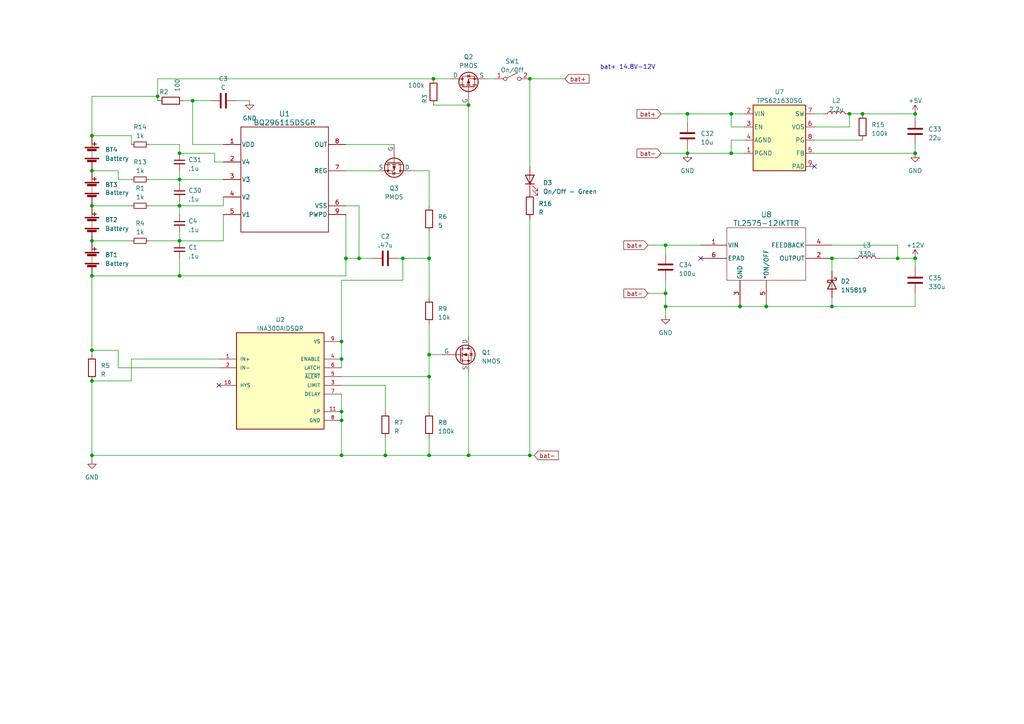
<source format=kicad_sch>
(kicad_sch (version 20230121) (generator eeschema)
  (paper "A4")
  (lib_symbols
    (symbol "BQ296xxx:BQ296115DSGR" (pin_names (offset 0.254))
      (property "Reference" "U" (at 0 2.54 0))
      (property "Value" "BQ296115DSGR" (at 0 0 0))
      (symbol "BQ296115DSGR_0_1"
        (polyline (pts (xy -12.7 -15.24) (xy 12.7 -15.24)) (stroke (width 0.2032)))
        (polyline (pts (xy -12.7 15.24) (xy -12.7 -15.24)) (stroke (width 0.2032)))
        (polyline (pts (xy 12.7 -15.24) (xy 12.7 15.24)) (stroke (width 0.2032)))
        (polyline (pts (xy 12.7 15.24) (xy -12.7 15.24)) (stroke (width 0.2032)))
        (pin power_in line (at -17.78 10.16 0) (length 5.08) (name "VDD") (number "1"))
        (pin input line (at -17.78 5.08 0) (length 5.08) (name "V4") (number "2"))
        (pin input line (at -17.78 0 0) (length 5.08) (name "V3") (number "3"))
        (pin input line (at -17.78 -5.08 0) (length 5.08) (name "V2") (number "4"))
        (pin input line (at -17.78 -10.16 0) (length 5.08) (name "V1") (number "5"))
        (pin power_in line (at 17.78 -7.62 180) (length 5.08) (name "VSS") (number "6"))
        (pin output line (at 17.78 2.54 180) (length 5.08) (name "REG") (number "7"))
        (pin open_collector line (at 17.78 10.16 180) (length 5.08) (name "OUT") (number "8"))
        (pin power_in line (at 17.78 -10.16 180) (length 5.08) (name "PWPD") (number "9"))
      )
    )
    (symbol "Device:Battery" (pin_numbers hide) (pin_names (offset 0) hide)
      (property "Reference" "BT" (at 2.54 2.54 0))
      (property "Value" "Battery" (at 2.54 0 0))
      (symbol "Battery_0_1"
        (rectangle (start -2.032 -1.397) (end 2.032 -1.651) (fill (type outline)))
        (rectangle (start -2.032 1.778) (end 2.032 1.524) (fill (type outline)))
        (rectangle (start -1.3208 -1.9812) (end 1.27 -2.4892) (fill (type outline)))
        (rectangle (start -1.3208 1.1938) (end 1.27 0.6858) (fill (type outline)))
        (polyline (pts (xy 0 -1.524) (xy 0 -1.27)))
        (polyline (pts (xy 0 -1.016) (xy 0 -0.762)))
        (polyline (pts (xy 0 -0.508) (xy 0 -0.254)))
        (polyline (pts (xy 0 0) (xy 0 0.254)))
        (polyline (pts (xy 0 0.508) (xy 0 0.762)))
        (polyline (pts (xy 0 1.778) (xy 0 2.54)))
        (polyline (pts (xy 0.254 2.667) (xy 1.27 2.667)) (stroke (width 0.254)))
        (polyline (pts (xy 0.762 3.175) (xy 0.762 2.159)) (stroke (width 0.254)))
      )
      (symbol "Battery_1_1"
        (pin passive line (at 0 5.08 270) (length 2.54) (name "+") (number "1"))
        (pin passive line (at 0 -5.08 90) (length 2.54) (name "-") (number "2"))
      )
    )
    (symbol "Device:C" (pin_numbers hide) (pin_names (offset 0.254))
      (property "Reference" "C" (at 0.635 2.54 0))
      (property "Value" "C" (at 0.635 -2.54 0))
      (symbol "C_0_1"
        (polyline (pts (xy -2.032 -0.762) (xy 2.032 -0.762)) (stroke (width 0.508)))
        (polyline (pts (xy -2.032 0.762) (xy 2.032 0.762)) (stroke (width 0.508)))
      )
      (symbol "C_1_1"
        (pin passive line (at 0 3.81 270) (length 2.794) (name "~") (number "1"))
        (pin passive line (at 0 -3.81 90) (length 2.794) (name "~") (number "2"))
      )
    )
    (symbol "Device:C_Small" (pin_numbers hide) (pin_names (offset 0.254) hide)
      (property "Reference" "C" (at 0.254 1.778 0))
      (property "Value" "C_Small" (at 0.254 -2.032 0))
      (symbol "C_Small_0_1"
        (polyline (pts (xy -1.524 -0.508) (xy 1.524 -0.508)) (stroke (width 0.3302)))
        (polyline (pts (xy -1.524 0.508) (xy 1.524 0.508)) (stroke (width 0.3048)))
      )
      (symbol "C_Small_1_1"
        (pin passive line (at 0 2.54 270) (length 2.032) (name "~") (number "1"))
        (pin passive line (at 0 -2.54 90) (length 2.032) (name "~") (number "2"))
      )
    )
    (symbol "Device:D_Schottky" (pin_numbers hide) (pin_names (offset 1.016) hide)
      (property "Reference" "D" (at 0 2.54 0))
      (property "Value" "D_Schottky" (at 0 -2.54 0))
      (symbol "D_Schottky_0_1"
        (polyline (pts (xy 1.27 0) (xy -1.27 0)))
        (polyline (pts (xy 1.27 1.27) (xy 1.27 -1.27) (xy -1.27 0) (xy 1.27 1.27)) (stroke (width 0.254)))
        (polyline (pts (xy -1.905 0.635) (xy -1.905 1.27) (xy -1.27 1.27) (xy -1.27 -1.27) (xy -0.635 -1.27) (xy -0.635 -0.635)) (stroke (width 0.254)))
      )
      (symbol "D_Schottky_1_1"
        (pin passive line (at -3.81 0 0) (length 2.54) (name "K") (number "1"))
        (pin passive line (at 3.81 0 180) (length 2.54) (name "A") (number "2"))
      )
    )
    (symbol "Device:L" (pin_numbers hide) (pin_names (offset 1.016) hide)
      (property "Reference" "L" (at -1.27 0 90))
      (property "Value" "L" (at 1.905 0 90))
      (symbol "L_0_1"
        (arc (start 0 -2.54) (mid 0.6323 -1.905) (end 0 -1.27))
        (arc (start 0 -1.27) (mid 0.6323 -0.635) (end 0 0))
        (arc (start 0 0) (mid 0.6323 0.635) (end 0 1.27))
        (arc (start 0 1.27) (mid 0.6323 1.905) (end 0 2.54))
      )
      (symbol "L_1_1"
        (pin passive line (at 0 3.81 270) (length 1.27) (name "1") (number "1"))
        (pin passive line (at 0 -3.81 90) (length 1.27) (name "2") (number "2"))
      )
    )
    (symbol "Device:LED" (pin_numbers hide) (pin_names (offset 1.016) hide)
      (property "Reference" "D" (at 0 2.54 0))
      (property "Value" "LED" (at 0 -2.54 0))
      (symbol "LED_0_1"
        (polyline (pts (xy -1.27 -1.27) (xy -1.27 1.27)) (stroke (width 0.254)))
        (polyline (pts (xy -1.27 0) (xy 1.27 0)))
        (polyline (pts (xy 1.27 -1.27) (xy 1.27 1.27) (xy -1.27 0) (xy 1.27 -1.27)) (stroke (width 0.254)))
        (polyline (pts (xy -3.048 -0.762) (xy -4.572 -2.286) (xy -3.81 -2.286) (xy -4.572 -2.286) (xy -4.572 -1.524)))
        (polyline (pts (xy -1.778 -0.762) (xy -3.302 -2.286) (xy -2.54 -2.286) (xy -3.302 -2.286) (xy -3.302 -1.524)))
      )
      (symbol "LED_1_1"
        (pin passive line (at -3.81 0 0) (length 2.54) (name "K") (number "1"))
        (pin passive line (at 3.81 0 180) (length 2.54) (name "A") (number "2"))
      )
    )
    (symbol "Device:R" (pin_numbers hide) (pin_names (offset 0))
      (property "Reference" "R" (at 2.032 0 90))
      (property "Value" "R" (at 0 0 90))
      (symbol "R_0_1"
        (rectangle (start -1.016 -2.54) (end 1.016 2.54) (stroke (width 0.254)))
      )
      (symbol "R_1_1"
        (pin passive line (at 0 3.81 270) (length 1.27) (name "~") (number "1"))
        (pin passive line (at 0 -3.81 90) (length 1.27) (name "~") (number "2"))
      )
    )
    (symbol "Device:R_Small" (pin_numbers hide) (pin_names (offset 0.254) hide)
      (property "Reference" "R" (at 0.762 0.508 0))
      (property "Value" "R_Small" (at 0.762 -1.016 0))
      (symbol "R_Small_0_1"
        (rectangle (start -0.762 1.778) (end 0.762 -1.778) (stroke (width 0.2032)))
      )
      (symbol "R_Small_1_1"
        (pin passive line (at 0 2.54 270) (length 0.762) (name "~") (number "1"))
        (pin passive line (at 0 -2.54 90) (length 0.762) (name "~") (number "2"))
      )
    )
    (symbol "INA300AIDSQR:INA300AIDSQR" (pin_names (offset 1.016))
      (property "Reference" "U" (at -12.7 13.208 0))
      (property "Value" "INA300AIDSQR" (at -12.7 -17.78 0))
      (symbol "INA300AIDSQR_0_0"
        (rectangle (start -12.7 -15.24) (end 12.7 12.7) (stroke (width 0.254)) (fill (type background)))
        (pin input line (at -17.78 5.08 0) (length 5.08) (name "IN+") (number "1"))
        (pin input line (at -17.78 -2.54 0) (length 5.08) (name "HYS") (number "10"))
        (pin passive line (at 17.78 -10.16 180) (length 5.08) (name "EP") (number "11"))
        (pin input line (at -17.78 2.54 0) (length 5.08) (name "IN-") (number "2"))
        (pin input line (at 17.78 -2.54 180) (length 5.08) (name "LIMIT") (number "3"))
        (pin input line (at 17.78 5.08 180) (length 5.08) (name "ENABLE") (number "4"))
        (pin output line (at 17.78 0 180) (length 5.08) (name "~{ALERT}") (number "5"))
        (pin input line (at 17.78 2.54 180) (length 5.08) (name "LATCH") (number "6"))
        (pin input line (at 17.78 -5.08 180) (length 5.08) (name "DELAY") (number "7"))
        (pin power_in line (at 17.78 -12.7 180) (length 5.08) (name "GND") (number "8"))
        (pin power_in line (at 17.78 10.16 180) (length 5.08) (name "VS") (number "9"))
      )
    )
    (symbol "Regulator_Switching:TPS62163DSG" (pin_names (offset 0.254))
      (property "Reference" "U7" (at 0 13.97 0))
      (property "Value" "TPS62163DSG" (at 0 11.43 0))
      (symbol "TPS62163DSG_0_1"
        (rectangle (start -7.62 10.16) (end 7.62 -8.89) (stroke (width 0.254)) (fill (type background)))
      )
      (symbol "TPS62163DSG_1_1"
        (pin power_in line (at -10.16 -3.81 0) (length 2.54) (name "PGND") (number "1"))
        (pin power_in line (at -10.16 7.62 0) (length 2.54) (name "VIN") (number "2"))
        (pin input line (at -10.16 3.81 0) (length 2.54) (name "EN") (number "3"))
        (pin power_in line (at -10.16 0 0) (length 2.54) (name "AGND") (number "4"))
        (pin input line (at 10.16 -3.81 180) (length 2.54) (name "FB") (number "5"))
        (pin input line (at 10.16 3.81 180) (length 2.54) (name "VOS") (number "6"))
        (pin output line (at 10.16 7.62 180) (length 2.54) (name "SW") (number "7"))
        (pin open_collector line (at 10.16 0 180) (length 2.54) (name "PG") (number "8"))
        (pin power_in line (at 10.16 -7.62 180) (length 2.54) (name "PAD") (number "9"))
      )
    )
    (symbol "Simulation_SPICE:NMOS" (pin_numbers hide) (pin_names (offset 0))
      (property "Reference" "Q" (at 5.08 1.27 0))
      (property "Value" "NMOS" (at 5.08 -1.27 0))
      (symbol "NMOS_0_1"
        (polyline (pts (xy 0.254 0) (xy -2.54 0)))
        (polyline (pts (xy 0.254 1.905) (xy 0.254 -1.905)) (stroke (width 0.254)))
        (polyline (pts (xy 0.762 -1.27) (xy 0.762 -2.286)) (stroke (width 0.254)))
        (polyline (pts (xy 0.762 0.508) (xy 0.762 -0.508)) (stroke (width 0.254)))
        (polyline (pts (xy 0.762 2.286) (xy 0.762 1.27)) (stroke (width 0.254)))
        (polyline (pts (xy 2.54 2.54) (xy 2.54 1.778)))
        (polyline (pts (xy 2.54 -2.54) (xy 2.54 0) (xy 0.762 0)))
        (polyline (pts (xy 0.762 -1.778) (xy 3.302 -1.778) (xy 3.302 1.778) (xy 0.762 1.778)))
        (polyline (pts (xy 1.016 0) (xy 2.032 0.381) (xy 2.032 -0.381) (xy 1.016 0)) (fill (type outline)))
        (polyline (pts (xy 2.794 0.508) (xy 2.921 0.381) (xy 3.683 0.381) (xy 3.81 0.254)))
        (polyline (pts (xy 3.302 0.381) (xy 2.921 -0.254) (xy 3.683 -0.254) (xy 3.302 0.381)))
        (circle (center 1.651 0) (radius 2.794) (stroke (width 0.254)))
        (circle (center 2.54 -1.778) (radius 0.254) (fill (type outline)))
        (circle (center 2.54 1.778) (radius 0.254) (fill (type outline)))
      )
      (symbol "NMOS_1_1"
        (pin passive line (at 2.54 5.08 270) (length 2.54) (name "D") (number "1"))
        (pin input line (at -5.08 0 0) (length 2.54) (name "G") (number "2"))
        (pin passive line (at 2.54 -5.08 90) (length 2.54) (name "S") (number "3"))
      )
    )
    (symbol "Simulation_SPICE:PMOS" (pin_numbers hide) (pin_names (offset 0))
      (property "Reference" "Q" (at 5.08 1.27 0))
      (property "Value" "PMOS" (at 5.08 -1.27 0))
      (symbol "PMOS_0_1"
        (polyline (pts (xy 0.254 0) (xy -2.54 0)))
        (polyline (pts (xy 0.254 1.905) (xy 0.254 -1.905)) (stroke (width 0.254)))
        (polyline (pts (xy 0.762 -1.27) (xy 0.762 -2.286)) (stroke (width 0.254)))
        (polyline (pts (xy 0.762 0.508) (xy 0.762 -0.508)) (stroke (width 0.254)))
        (polyline (pts (xy 0.762 2.286) (xy 0.762 1.27)) (stroke (width 0.254)))
        (polyline (pts (xy 2.54 2.54) (xy 2.54 1.778)))
        (polyline (pts (xy 2.54 -2.54) (xy 2.54 0) (xy 0.762 0)))
        (polyline (pts (xy 0.762 1.778) (xy 3.302 1.778) (xy 3.302 -1.778) (xy 0.762 -1.778)))
        (polyline (pts (xy 2.286 0) (xy 1.27 0.381) (xy 1.27 -0.381) (xy 2.286 0)) (fill (type outline)))
        (polyline (pts (xy 2.794 -0.508) (xy 2.921 -0.381) (xy 3.683 -0.381) (xy 3.81 -0.254)))
        (polyline (pts (xy 3.302 -0.381) (xy 2.921 0.254) (xy 3.683 0.254) (xy 3.302 -0.381)))
        (circle (center 1.651 0) (radius 2.794) (stroke (width 0.254)))
        (circle (center 2.54 -1.778) (radius 0.254) (fill (type outline)))
        (circle (center 2.54 1.778) (radius 0.254) (fill (type outline)))
      )
      (symbol "PMOS_1_1"
        (pin passive line (at 2.54 5.08 270) (length 2.54) (name "D") (number "1"))
        (pin input line (at -5.08 0 0) (length 2.54) (name "G") (number "2"))
        (pin passive line (at 2.54 -5.08 90) (length 2.54) (name "S") (number "3"))
      )
    )
    (symbol "Switch:SW_SPST" (pin_names (offset 0) hide)
      (property "Reference" "SW" (at 0 3.175 0))
      (property "Value" "SW_SPST" (at 0 -2.54 0))
      (symbol "SW_SPST_0_0"
        (circle (center -2.032 0) (radius 0.508))
        (polyline (pts (xy -1.524 0.254) (xy 1.524 1.778)))
        (circle (center 2.032 0) (radius 0.508))
      )
      (symbol "SW_SPST_1_1"
        (pin passive line (at -5.08 0 0) (length 2.54) (name "A") (number "1"))
        (pin passive line (at 5.08 0 180) (length 2.54) (name "B") (number "2"))
      )
    )
    (symbol "TL2575-12IKTTR:TL2575-12IKTTR" (pin_names (offset 0.254))
      (property "Reference" "U8" (at 19.05 8.89 0))
      (property "Value" "TL2575-12IKTTR" (at 19.05 6.35 0))
      (symbol "TL2575-12IKTTR_0_1"
        (polyline (pts (xy 7.62 -10.16) (xy 30.48 -10.16)) (stroke (width 0.127)))
        (polyline (pts (xy 7.62 5.08) (xy 7.62 -10.16)) (stroke (width 0.127)))
        (polyline (pts (xy 30.48 -10.16) (xy 30.48 5.08)) (stroke (width 0.127)))
        (polyline (pts (xy 30.48 5.08) (xy 7.62 5.08)) (stroke (width 0.127)))
        (pin input line (at 0 0 0) (length 7.62) (name "VIN") (number "1"))
        (pin output line (at 38.1 -3.81 180) (length 7.62) (name "OUTPUT") (number "2"))
        (pin power_in line (at 11.43 -17.78 90) (length 7.62) (name "GND") (number "3"))
        (pin unspecified line (at 38.1 0 180) (length 7.62) (name "FEEDBACK") (number "4"))
        (pin unspecified line (at 19.05 -17.78 90) (length 7.62) (name "*ON/OFF") (number "5"))
        (pin unspecified line (at 0 -3.81 0) (length 7.62) (name "EPAD") (number "6"))
      )
    )
    (symbol "power:+12V" (power) (pin_names (offset 0))
      (property "Value" "+12V" (at 0 3.556 0))
      (symbol "+12V_0_1"
        (polyline (pts (xy -0.762 1.27) (xy 0 2.54)))
        (polyline (pts (xy 0 0) (xy 0 2.54)))
        (polyline (pts (xy 0 2.54) (xy 0.762 1.27)))
      )
      (symbol "+12V_1_1"
        (pin power_in line (at 0 0 90) (length 0) hide (name "+12V") (number "1"))
      )
    )
    (symbol "power:+5V" (power) (pin_names (offset 0))
      (property "Value" "+5V" (at 0 3.556 0))
      (symbol "+5V_0_1"
        (polyline (pts (xy -0.762 1.27) (xy 0 2.54)))
        (polyline (pts (xy 0 0) (xy 0 2.54)))
        (polyline (pts (xy 0 2.54) (xy 0.762 1.27)))
      )
      (symbol "+5V_1_1"
        (pin power_in line (at 0 0 90) (length 0) hide (name "+5V") (number "1"))
      )
    )
    (symbol "power:GND" (power) (pin_names (offset 0))
      (property "Value" "GND" (at 0 -3.81 0))
      (symbol "GND_0_1"
        (polyline (pts (xy 0 0) (xy 0 -1.27) (xy 1.27 -1.27) (xy 0 -2.54) (xy -1.27 -1.27) (xy 0 -1.27)))
      )
      (symbol "GND_1_1"
        (pin power_in line (at 0 0 270) (length 0) hide (name "GND") (number "1"))
      )
    )
  )
  (junction (at 124.46 109.22))
  (junction (at 45.72 27.94))
  (junction (at 214.63 88.9))
  (junction (at 52.07 44.45))
  (junction (at 111.76 132.08))
  (junction (at 241.3 74.93))
  (junction (at 26.67 132.08))
  (junction (at 52.07 59.69))
  (junction (at 26.67 49.53))
  (junction (at 100.33 74.93))
  (junction (at 199.39 33.02))
  (junction (at 260.35 74.93))
  (junction (at 250.19 33.02))
  (junction (at 199.39 44.45))
  (junction (at 26.67 80.01))
  (junction (at 193.04 71.12))
  (junction (at 52.07 52.07))
  (junction (at 193.04 88.9))
  (junction (at 135.89 132.08))
  (junction (at 52.07 80.01))
  (junction (at 222.25 88.9))
  (junction (at 116.84 74.93))
  (junction (at 26.67 69.85))
  (junction (at 99.06 132.08))
  (junction (at 241.3 88.9))
  (junction (at 26.67 59.69))
  (junction (at 99.06 119.38))
  (junction (at 265.43 33.02))
  (junction (at 99.06 121.92))
  (junction (at 135.89 30.48))
  (junction (at 26.67 110.49))
  (junction (at 265.43 74.93))
  (junction (at 124.46 74.93))
  (junction (at 26.67 101.6))
  (junction (at 125.73 22.86))
  (junction (at 99.06 104.14))
  (junction (at 212.09 33.02))
  (junction (at 124.46 102.87))
  (junction (at 52.07 69.85))
  (junction (at 246.38 33.02))
  (junction (at 153.67 22.86))
  (junction (at 104.14 74.93))
  (junction (at 124.46 132.08))
  (junction (at 26.67 39.37))
  (junction (at 193.04 85.09))
  (junction (at 153.67 132.08))
  (junction (at 265.43 44.45))
  (junction (at 99.06 99.06))
  (junction (at 212.09 44.45))
  (junction (at 55.88 29.21))
  (no_connect (at 63.5 111.76))
  (no_connect (at 236.22 48.26))
  (no_connect (at 203.2 74.93))
  (wire (pts (xy 68.58 29.21) (xy 72.39 29.21)))
  (wire (pts (xy 212.09 36.83) (xy 215.9 36.83)))
  (wire (pts (xy 62.23 46.99) (xy 62.23 44.45)))
  (wire (pts (xy 111.76 111.76) (xy 111.76 119.38)))
  (wire (pts (xy 124.46 49.53) (xy 119.38 49.53)))
  (wire (pts (xy 124.46 93.98) (xy 124.46 102.87)))
  (wire (pts (xy 116.84 74.93) (xy 115.57 74.93)))
  (wire (pts (xy 63.5 104.14) (xy 38.1 104.14)))
  (wire (pts (xy 124.46 74.93) (xy 124.46 86.36)))
  (wire (pts (xy 241.3 86.36) (xy 241.3 88.9)))
  (wire (pts (xy 135.89 107.95) (xy 135.89 132.08)))
  (wire (pts (xy 125.73 30.48) (xy 135.89 30.48)))
  (wire (pts (xy 199.39 44.45) (xy 212.09 44.45)))
  (wire (pts (xy 255.27 74.93) (xy 260.35 74.93)))
  (wire (pts (xy 124.46 132.08) (xy 111.76 132.08)))
  (wire (pts (xy 236.22 44.45) (xy 265.43 44.45)))
  (wire (pts (xy 26.67 110.49) (xy 26.67 132.08)))
  (wire (pts (xy 199.39 43.18) (xy 199.39 44.45)))
  (wire (pts (xy 222.25 88.9) (xy 241.3 88.9)))
  (wire (pts (xy 265.43 44.45) (xy 265.43 41.91)))
  (wire (pts (xy 212.09 33.02) (xy 212.09 36.83)))
  (wire (pts (xy 212.09 44.45) (xy 215.9 44.45)))
  (wire (pts (xy 241.3 71.12) (xy 260.35 71.12)))
  (wire (pts (xy 124.46 74.93) (xy 116.84 74.93)))
  (wire (pts (xy 63.5 106.68) (xy 34.29 106.68)))
  (wire (pts (xy 236.22 40.64) (xy 250.19 40.64)))
  (wire (pts (xy 26.67 39.37) (xy 38.1 39.37)))
  (wire (pts (xy 153.67 132.08) (xy 154.94 132.08)))
  (wire (pts (xy 52.07 41.91) (xy 52.07 44.45)))
  (wire (pts (xy 265.43 33.02) (xy 250.19 33.02)))
  (wire (pts (xy 260.35 71.12) (xy 260.35 74.93)))
  (wire (pts (xy 236.22 36.83) (xy 246.38 36.83)))
  (wire (pts (xy 187.96 71.12) (xy 193.04 71.12)))
  (wire (pts (xy 52.07 58.42) (xy 52.07 59.69)))
  (wire (pts (xy 100.33 80.01) (xy 100.33 74.93)))
  (wire (pts (xy 55.88 41.91) (xy 55.88 29.21)))
  (wire (pts (xy 52.07 52.07) (xy 52.07 53.34)))
  (wire (pts (xy 55.88 29.21) (xy 53.34 29.21)))
  (wire (pts (xy 193.04 85.09) (xy 193.04 88.9)))
  (wire (pts (xy 193.04 71.12) (xy 203.2 71.12)))
  (wire (pts (xy 64.77 59.69) (xy 52.07 59.69)))
  (wire (pts (xy 265.43 34.29) (xy 265.43 33.02)))
  (wire (pts (xy 64.77 52.07) (xy 52.07 52.07)))
  (wire (pts (xy 52.07 62.23) (xy 52.07 59.69)))
  (wire (pts (xy 241.3 74.93) (xy 247.65 74.93)))
  (wire (pts (xy 26.67 132.08) (xy 26.67 133.35)))
  (wire (pts (xy 124.46 67.31) (xy 124.46 74.93)))
  (wire (pts (xy 104.14 74.93) (xy 107.95 74.93)))
  (wire (pts (xy 38.1 52.07) (xy 34.29 52.07)))
  (wire (pts (xy 99.06 119.38) (xy 99.06 121.92)))
  (wire (pts (xy 26.67 69.85) (xy 38.1 69.85)))
  (wire (pts (xy 38.1 104.14) (xy 38.1 110.49)))
  (wire (pts (xy 124.46 127) (xy 124.46 132.08)))
  (wire (pts (xy 38.1 39.37) (xy 38.1 41.91)))
  (wire (pts (xy 191.77 44.45) (xy 199.39 44.45)))
  (wire (pts (xy 26.67 59.69) (xy 38.1 59.69)))
  (wire (pts (xy 99.06 121.92) (xy 99.06 132.08)))
  (wire (pts (xy 100.33 74.93) (xy 100.33 62.23)))
  (wire (pts (xy 104.14 59.69) (xy 104.14 74.93)))
  (wire (pts (xy 199.39 35.56) (xy 199.39 33.02)))
  (wire (pts (xy 140.97 22.86) (xy 143.51 22.86)))
  (wire (pts (xy 26.67 80.01) (xy 52.07 80.01)))
  (wire (pts (xy 215.9 40.64) (xy 212.09 40.64)))
  (wire (pts (xy 111.76 132.08) (xy 111.76 127)))
  (wire (pts (xy 64.77 41.91) (xy 55.88 41.91)))
  (wire (pts (xy 64.77 46.99) (xy 62.23 46.99)))
  (wire (pts (xy 193.04 81.28) (xy 193.04 85.09)))
  (wire (pts (xy 52.07 49.53) (xy 52.07 52.07)))
  (wire (pts (xy 34.29 52.07) (xy 34.29 49.53)))
  (wire (pts (xy 193.04 73.66) (xy 193.04 71.12)))
  (wire (pts (xy 187.96 85.09) (xy 193.04 85.09)))
  (wire (pts (xy 99.06 111.76) (xy 111.76 111.76)))
  (wire (pts (xy 26.67 27.94) (xy 26.67 39.37)))
  (wire (pts (xy 26.67 102.87) (xy 26.67 101.6)))
  (wire (pts (xy 193.04 88.9) (xy 193.04 91.44)))
  (wire (pts (xy 100.33 41.91) (xy 114.3 41.91)))
  (wire (pts (xy 45.72 27.94) (xy 45.72 29.21)))
  (wire (pts (xy 26.67 80.01) (xy 26.67 101.6)))
  (wire (pts (xy 135.89 132.08) (xy 124.46 132.08)))
  (wire (pts (xy 135.89 30.48) (xy 135.89 97.79)))
  (wire (pts (xy 199.39 33.02) (xy 212.09 33.02)))
  (wire (pts (xy 52.07 69.85) (xy 64.77 69.85)))
  (wire (pts (xy 104.14 74.93) (xy 100.33 74.93)))
  (wire (pts (xy 116.84 81.28) (xy 99.06 81.28)))
  (wire (pts (xy 34.29 106.68) (xy 34.29 101.6)))
  (wire (pts (xy 99.06 132.08) (xy 111.76 132.08)))
  (wire (pts (xy 100.33 59.69) (xy 104.14 59.69)))
  (wire (pts (xy 43.18 52.07) (xy 52.07 52.07)))
  (wire (pts (xy 246.38 36.83) (xy 246.38 33.02)))
  (wire (pts (xy 212.09 40.64) (xy 212.09 44.45)))
  (wire (pts (xy 130.81 22.86) (xy 125.73 22.86)))
  (wire (pts (xy 64.77 62.23) (xy 64.77 69.85)))
  (wire (pts (xy 43.18 69.85) (xy 52.07 69.85)))
  (wire (pts (xy 52.07 80.01) (xy 52.07 74.93)))
  (wire (pts (xy 265.43 88.9) (xy 241.3 88.9)))
  (wire (pts (xy 64.77 57.15) (xy 64.77 59.69)))
  (wire (pts (xy 124.46 109.22) (xy 124.46 119.38)))
  (wire (pts (xy 43.18 59.69) (xy 52.07 59.69)))
  (wire (pts (xy 214.63 88.9) (xy 222.25 88.9)))
  (wire (pts (xy 99.06 81.28) (xy 99.06 99.06)))
  (wire (pts (xy 52.07 67.31) (xy 52.07 69.85)))
  (wire (pts (xy 55.88 29.21) (xy 60.96 29.21)))
  (wire (pts (xy 124.46 102.87) (xy 124.46 109.22)))
  (wire (pts (xy 265.43 85.09) (xy 265.43 88.9)))
  (wire (pts (xy 52.07 80.01) (xy 100.33 80.01)))
  (wire (pts (xy 153.67 22.86) (xy 153.67 48.26)))
  (wire (pts (xy 124.46 102.87) (xy 128.27 102.87)))
  (wire (pts (xy 43.18 41.91) (xy 52.07 41.91)))
  (wire (pts (xy 241.3 74.93) (xy 241.3 78.74)))
  (wire (pts (xy 99.06 109.22) (xy 124.46 109.22)))
  (wire (pts (xy 246.38 33.02) (xy 250.19 33.02)))
  (wire (pts (xy 100.33 49.53) (xy 109.22 49.53)))
  (wire (pts (xy 38.1 110.49) (xy 26.67 110.49)))
  (wire (pts (xy 260.35 74.93) (xy 265.43 74.93)))
  (wire (pts (xy 99.06 104.14) (xy 99.06 106.68)))
  (wire (pts (xy 191.77 33.02) (xy 199.39 33.02)))
  (wire (pts (xy 124.46 59.69) (xy 124.46 49.53)))
  (wire (pts (xy 215.9 33.02) (xy 212.09 33.02)))
  (wire (pts (xy 99.06 99.06) (xy 99.06 104.14)))
  (wire (pts (xy 45.72 27.94) (xy 26.67 27.94)))
  (wire (pts (xy 34.29 49.53) (xy 26.67 49.53)))
  (wire (pts (xy 153.67 22.86) (xy 163.83 22.86)))
  (wire (pts (xy 116.84 74.93) (xy 116.84 81.28)))
  (wire (pts (xy 99.06 114.3) (xy 99.06 119.38)))
  (wire (pts (xy 34.29 101.6) (xy 26.67 101.6)))
  (wire (pts (xy 153.67 63.5) (xy 153.67 132.08)))
  (wire (pts (xy 193.04 88.9) (xy 214.63 88.9)))
  (wire (pts (xy 45.72 27.94) (xy 45.72 22.86)))
  (wire (pts (xy 135.89 132.08) (xy 153.67 132.08)))
  (wire (pts (xy 125.73 22.86) (xy 45.72 22.86)))
  (wire (pts (xy 265.43 74.93) (xy 265.43 77.47)))
  (wire (pts (xy 26.67 132.08) (xy 99.06 132.08)))
  (wire (pts (xy 236.22 33.02) (xy 238.76 33.02)))
  (wire (pts (xy 62.23 44.45) (xy 52.07 44.45)))
  (text "bat+ 14.8V-12V" (at 173.99 20.32 0) (effects (font (size 1.27 1.27)) (justify left bottom)))
  (global_label "bat+" (shape input) (at 191.77 33.02 180) (property "Intersheetrefs" "${INTERSHEET_REFS}" (effects hide)))
  (global_label "bat-" (shape input) (at 191.77 44.45 180) (property "Intersheetrefs" "${INTERSHEET_REFS}" (effects hide)))
  (global_label "bat-" (shape input) (at 154.94 132.08 0) (property "Intersheetrefs" "${INTERSHEET_REFS}" (effects hide)))
  (global_label "bat-" (shape input) (at 187.96 85.09 180) (property "Intersheetrefs" "${INTERSHEET_REFS}" (effects hide)))
  (global_label "bat+" (shape input) (at 187.96 71.12 180) (property "Intersheetrefs" "${INTERSHEET_REFS}" (effects hide)))
  (global_label "bat+" (shape input) (at 163.83 22.86 0) (property "Intersheetrefs" "${INTERSHEET_REFS}" (effects hide)))
  (symbol (lib_id "Device:Battery") (at 26.67 74.93 0) (unit 1)
    (property "Reference" "BT1" (at 30.48 73.914 0) (effects (justify left)))
    (property "Value" "Battery" (at 30.48 76.454 0) (effects (justify left)))
  )
  (symbol (lib_id "Device:R") (at 124.46 123.19 0) (unit 1)
    (property "Reference" "R8" (at 127 122.555 0) (effects (justify left)))
    (property "Value" "100k" (at 127 125.095 0) (effects (justify left)))
  )
  (symbol (lib_id "power:GND") (at 193.04 91.44 0) (unit 1)
    (property "Reference" "#PWR024" (effects hide))
    (property "Value" "GND" (at 193.04 96.52 0))
  )
  (symbol (lib_id "Device:C_Small") (at 52.07 55.88 0) (unit 1)
    (property "Reference" "C30" (at 54.61 55.2513 0) (effects (justify left)))
    (property "Value" ".1u" (at 54.61 57.7913 0) (effects (justify left)))
  )
  (symbol (lib_id "Device:C") (at 111.76 74.93 90) (unit 1)
    (property "Reference" "C2" (at 111.76 68.58 90))
    (property "Value" ".47u" (at 111.76 71.12 90))
  )
  (symbol (lib_id "Device:L") (at 251.46 74.93 90) (unit 1)
    (property "Reference" "L3" (at 251.46 71.12 90))
    (property "Value" "330u" (at 251.46 73.66 90))
  )
  (symbol (lib_id "Device:R") (at 124.46 63.5 0) (unit 1)
    (property "Reference" "R6" (at 127 62.865 0) (effects (justify left)))
    (property "Value" "5" (at 127 65.405 0) (effects (justify left)))
  )
  (symbol (lib_id "Device:C") (at 265.43 81.28 0) (unit 1)
    (property "Reference" "C35" (at 269.24 80.645 0) (effects (justify left)))
    (property "Value" "330u" (at 269.24 83.185 0) (effects (justify left)))
  )
  (symbol (lib_id "Device:R_Small") (at 40.64 41.91 90) (unit 1)
    (property "Reference" "R14" (at 40.64 36.83 90))
    (property "Value" "1k" (at 40.64 39.37 90))
  )
  (symbol (lib_id "Device:R") (at 153.67 59.69 0) (unit 1)
    (property "Reference" "R16" (at 156.21 59.055 0) (effects (justify left)))
    (property "Value" "R" (at 156.21 61.595 0) (effects (justify left)))
  )
  (symbol (lib_id "Device:C_Small") (at 52.07 64.77 0) (unit 1)
    (property "Reference" "C4" (at 54.61 64.1413 0) (effects (justify left)))
    (property "Value" ".1u" (at 54.61 66.6813 0) (effects (justify left)))
  )
  (symbol (lib_id "Simulation_SPICE:NMOS") (at 133.35 102.87 0) (unit 1)
    (property "Reference" "Q1" (at 139.7 102.235 0) (effects (justify left)))
    (property "Value" "NMOS" (at 139.7 104.775 0) (effects (justify left)))
    (property "Datasheet" "https://ngspice.sourceforge.io/docs/ngspice-manual.pdf" (effects hide))
    (property "Sim.Device" "NMOS" (effects hide))
    (property "Sim.Type" "VDMOS" (effects hide))
    (property "Sim.Pins" "1=D 2=G 3=S" (effects hide))
  )
  (symbol (lib_id "Device:C") (at 265.43 38.1 0) (unit 1)
    (property "Reference" "C33" (at 269.24 37.465 0) (effects (justify left)))
    (property "Value" "22u" (at 269.24 40.005 0) (effects (justify left)))
  )
  (symbol (lib_id "Device:C") (at 199.39 39.37 0) (unit 1)
    (property "Reference" "C32" (at 203.2 38.735 0) (effects (justify left)))
    (property "Value" "10u" (at 203.2 41.275 0) (effects (justify left)))
  )
  (symbol (lib_id "Device:D_Schottky") (at 241.3 82.55 270) (unit 1)
    (property "Reference" "D2" (at 243.84 81.5975 90) (effects (justify left)))
    (property "Value" "1N5819" (at 243.84 84.1375 90) (effects (justify left)))
  )
  (symbol (lib_id "power:GND") (at 199.39 44.45 0) (unit 1)
    (property "Reference" "#PWR012" (effects hide))
    (property "Value" "GND" (at 199.39 49.53 0))
  )
  (symbol (lib_id "Device:R_Small") (at 40.64 59.69 90) (unit 1)
    (property "Reference" "R1" (at 40.64 54.61 90))
    (property "Value" "1k" (at 40.64 57.15 90))
  )
  (symbol (lib_id "Device:Battery") (at 26.67 64.77 0) (unit 1)
    (property "Reference" "BT2" (at 30.48 63.754 0) (effects (justify left)))
    (property "Value" "Battery" (at 30.48 66.294 0) (effects (justify left)))
  )
  (symbol (lib_id "Device:C_Small") (at 52.07 46.99 0) (unit 1)
    (property "Reference" "C31" (at 54.61 46.3613 0) (effects (justify left)))
    (property "Value" ".1u" (at 54.61 48.9013 0) (effects (justify left)))
  )
  (symbol (lib_id "Device:C") (at 193.04 77.47 0) (unit 1)
    (property "Reference" "C34" (at 196.85 76.835 0) (effects (justify left)))
    (property "Value" "100u" (at 196.85 79.375 0) (effects (justify left)))
  )
  (symbol (lib_id "Device:R_Small") (at 40.64 69.85 90) (unit 1)
    (property "Reference" "R4" (at 40.64 64.77 90))
    (property "Value" "1k" (at 40.64 67.31 90))
  )
  (symbol (lib_id "Simulation_SPICE:PMOS") (at 114.3 46.99 270) (unit 1)
    (property "Reference" "Q3" (at 114.3 54.61 90))
    (property "Value" "PMOS" (at 114.3 57.15 90))
    (property "Datasheet" "https://ngspice.sourceforge.io/docs/ngspice-manual.pdf" (effects hide))
    (property "Sim.Device" "PMOS" (effects hide))
    (property "Sim.Type" "VDMOS" (effects hide))
    (property "Sim.Pins" "1=D 2=G 3=S" (effects hide))
  )
  (symbol (lib_id "Device:R") (at 124.46 90.17 0) (unit 1)
    (property "Reference" "R9" (at 127 89.535 0) (effects (justify left)))
    (property "Value" "10k" (at 127 92.075 0) (effects (justify left)))
  )
  (symbol (lib_id "Device:R_Small") (at 40.64 52.07 90) (unit 1)
    (property "Reference" "R13" (at 40.64 46.99 90))
    (property "Value" "1k" (at 40.64 49.53 90))
  )
  (symbol (lib_id "Device:R") (at 125.73 26.67 180) (unit 1)
    (property "Reference" "R3" (at 123.19 27.305 90) (effects (justify left)))
    (property "Value" "100k" (at 123.19 24.765 0) (effects (justify left)))
  )
  (symbol (lib_id "Simulation_SPICE:PMOS") (at 135.89 25.4 90) (unit 1)
    (property "Reference" "Q2" (at 135.89 16.51 90))
    (property "Value" "PMOS" (at 135.89 19.05 90))
    (property "Datasheet" "https://ngspice.sourceforge.io/docs/ngspice-manual.pdf" (effects hide))
    (property "Sim.Device" "PMOS" (effects hide))
    (property "Sim.Type" "VDMOS" (effects hide))
    (property "Sim.Pins" "1=D 2=G 3=S" (effects hide))
  )
  (symbol (lib_id "power:+5V") (at 265.43 33.02 0) (unit 1)
    (property "Reference" "#PWR021" (effects hide))
    (property "Value" "+5V" (at 265.43 29.21 0))
  )
  (symbol (lib_id "BQ296xxx:BQ296115DSGR") (at 82.55 52.07 0) (unit 1)
    (property "Reference" "U1" (at 82.55 33.02 0) (effects (font (size 1.524 1.524))))
    (property "Value" "BQ296115DSGR" (at 82.55 35.56 0) (effects (font (size 1.524 1.524))))
    (property "Footprint" "DSG0008A" (effects hide))
    (property "Datasheet" "BQ296115DSGR" (effects hide))
  )
  (symbol (lib_id "Switch:SW_SPST") (at 148.59 22.86 0) (unit 1)
    (property "Reference" "SW1" (at 148.59 17.78 0))
    (property "Value" "On/Off" (at 148.59 20.32 0))
  )
  (symbol (lib_id "Device:R") (at 250.19 36.83 0) (unit 1)
    (property "Reference" "R15" (at 252.73 36.195 0) (effects (justify left)))
    (property "Value" "100k" (at 252.73 38.735 0) (effects (justify left)))
  )
  (symbol (lib_id "INA300AIDSQR:INA300AIDSQR") (at 81.28 109.22 0) (unit 1)
    (property "Reference" "U2" (at 81.28 92.71 0))
    (property "Value" "INA300AIDSQR" (at 81.28 95.25 0))
    (property "Footprint" "SON40P200X200X80-11N" (effects hide))
    (property "MAXIMUM_PACKAGE_HEIGHT" "0.8 mm" (effects hide))
    (property "STANDARD" "Manufacturer Recommendations" (effects hide))
    (property "PARTREV" "C" (effects hide))
    (property "SNAPEDA_PACKAGE_ID" "103069" (effects hide))
    (property "SNAPEDA_PN" "INA300AIDSQR" (effects hide))
    (property "MANUFACTURER" "Texas Instruments" (effects hide))
  )
  (symbol (lib_id "power:GND") (at 72.39 29.21 0) (unit 1)
    (property "Reference" "#PWR01" (effects hide))
    (property "Value" "GND" (at 72.39 34.29 0))
  )
  (symbol (lib_id "Device:C") (at 64.77 29.21 90) (unit 1)
    (property "Reference" "C3" (at 64.77 22.86 90))
    (property "Value" "C" (at 64.77 25.4 90))
  )
  (symbol (lib_id "Device:L") (at 242.57 33.02 90) (unit 1)
    (property "Reference" "L2" (at 242.57 29.21 90))
    (property "Value" "2.2u" (at 242.57 31.75 90))
  )
  (symbol (lib_id "Device:LED") (at 153.67 52.07 90) (unit 1)
    (property "Reference" "D3" (at 157.48 53.0225 90) (effects (justify right)))
    (property "Value" "On/Off - Green" (at 157.48 55.5625 90) (effects (justify right)))
  )
  (symbol (lib_id "power:+12V") (at 265.43 74.93 0) (unit 1)
    (property "Reference" "#PWR022" (effects hide))
    (property "Value" "+12V" (at 265.43 71.12 0))
  )
  (symbol (lib_id "power:GND") (at 265.43 44.45 0) (unit 1)
    (property "Reference" "#PWR015" (effects hide))
    (property "Value" "GND" (at 265.43 49.53 0))
  )
  (symbol (lib_id "Device:C_Small") (at 52.07 72.39 0) (unit 1)
    (property "Reference" "C1" (at 54.61 71.7613 0) (effects (justify left)))
    (property "Value" ".1u" (at 54.61 74.3013 0) (effects (justify left)))
  )
  (symbol (lib_id "Device:Battery") (at 26.67 44.45 0) (unit 1)
    (property "Reference" "BT4" (at 30.48 43.434 0) (effects (justify left)))
    (property "Value" "Battery" (at 30.48 45.974 0) (effects (justify left)))
  )
  (symbol (lib_id "Regulator_Switching:TPS62163DSG") (at 226.06 40.64 0) (unit 1)
    (property "Reference" "U7" (at 226.06 26.67 0))
    (property "Value" "TPS62163DSG" (at 226.06 29.21 0))
    (property "Footprint" "Package_SON:WSON-8-1EP_2x2mm_P0.5mm_EP0.9x1.6mm_ThermalVias" (effects hide))
    (property "Datasheet" "http://www.ti.com/lit/ds/symlink/tps62160.pdf" (effects hide))
  )
  (symbol (lib_id "Device:R") (at 49.53 29.21 90) (unit 1)
    (property "Reference" "R2" (at 48.895 26.67 90) (effects (justify left)))
    (property "Value" "100" (at 51.435 26.67 0) (effects (justify left)))
  )
  (symbol (lib_id "Device:Battery") (at 26.67 54.61 0) (unit 1)
    (property "Reference" "BT3" (at 30.48 53.594 0) (effects (justify left)))
    (property "Value" "Battery" (at 30.48 55.88 0) (effects (justify left)))
  )
  (symbol (lib_id "power:GND") (at 26.67 133.35 0) (unit 1)
    (property "Reference" "#PWR02" (effects hide))
    (property "Value" "GND" (at 26.67 138.43 0))
  )
  (symbol (lib_id "Device:R") (at 111.76 123.19 0) (unit 1)
    (property "Reference" "R7" (at 114.3 122.555 0) (effects (justify left)))
    (property "Value" "R" (at 114.3 125.095 0) (effects (justify left)))
  )
  (symbol (lib_id "Device:R") (at 26.67 106.68 0) (unit 1)
    (property "Reference" "R5" (at 29.21 106.045 0) (effects (justify left)))
    (property "Value" "R" (at 29.21 108.585 0) (effects (justify left)))
  )
  (symbol (lib_id "TL2575-12IKTTR:TL2575-12IKTTR") (at 203.2 71.12 0) (unit 1)
    (property "Reference" "U8" (at 222.25 62.23 0) (effects (font (size 1.524 1.524))))
    (property "Value" "TL2575-12IKTTR" (at 222.25 64.77 0) (effects (font (size 1.524 1.524))))
    (property "Footprint" "KTT5_6P22X6P86" (effects hide))
    (property "Datasheet" "TL2575-12IKTTR" (effects hide))
  )
)
</source>
